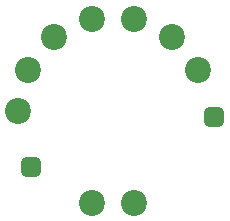
<source format=gbs>
G04 Layer_Color=16711935*
%FSLAX25Y25*%
%MOIN*%
G70*
G01*
G75*
G04:AMPARAMS|DCode=15|XSize=66.93mil|YSize=66.93mil|CornerRadius=18.7mil|HoleSize=0mil|Usage=FLASHONLY|Rotation=0.000|XOffset=0mil|YOffset=0mil|HoleType=Round|Shape=RoundedRectangle|*
%AMROUNDEDRECTD15*
21,1,0.06693,0.02953,0,0,0.0*
21,1,0.02953,0.06693,0,0,0.0*
1,1,0.03740,0.01476,-0.01476*
1,1,0.03740,-0.01476,-0.01476*
1,1,0.03740,-0.01476,0.01476*
1,1,0.03740,0.01476,0.01476*
%
%ADD15ROUNDEDRECTD15*%
%ADD16C,0.08661*%
D15*
X-25787Y-16634D02*
D03*
X35138Y-98D02*
D03*
D16*
X-5512Y-28637D02*
D03*
X-29999Y2069D02*
D03*
X-26880Y15735D02*
D03*
X-18141Y26694D02*
D03*
X-5512Y32776D02*
D03*
X8505D02*
D03*
X21134Y26694D02*
D03*
X29874Y15735D02*
D03*
X8505Y-28637D02*
D03*
M02*

</source>
